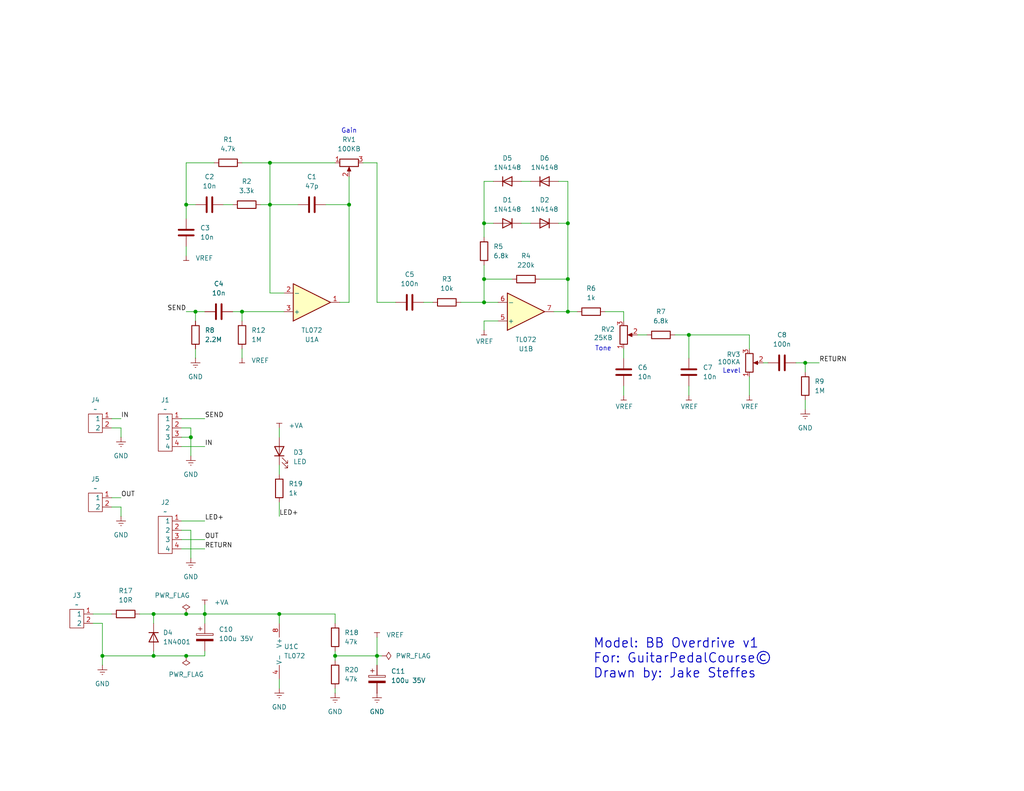
<source format=kicad_sch>
(kicad_sch (version 20250114) (generator "eeschema") (generator_version "9.0")
  (paper "A")
  (lib_symbols
    (symbol "+VA_1" (power) (pin_numbers (hide yes)) (pin_names (offset 0) (hide yes))
      (property "Value" "+VA" (at -0.254 2.54 0))
      (symbol "+VA_1_0_1"
        (polyline (pts (xy 0 0) (xy 0 1.27)))
        (polyline (pts (xy 0.762 1.27) (xy -0.762 1.27) (xy 0 1.27) (xy 0.762 1.27)) (fill (type outline)))
      )
      (symbol "+VA_1_1_1"
        (pin power_in line (at 0 0 90) (length 0) (hide yes) (name "~") (number "1"))
      )
    )
    (symbol "+VA_2" (power) (pin_numbers (hide yes)) (pin_names (offset 0) (hide yes))
      (property "Value" "+VA" (at -0.254 2.54 0))
      (symbol "+VA_2_0_1"
        (polyline (pts (xy 0 0) (xy 0 1.27)))
        (polyline (pts (xy 0.762 1.27) (xy -0.762 1.27) (xy 0 1.27) (xy 0.762 1.27)) (fill (type outline)))
      )
      (symbol "+VA_2_1_1"
        (pin power_in line (at 0 0 90) (length 0) (hide yes) (name "~") (number "1"))
      )
    )
    (symbol "Device:C" (pin_numbers (hide yes)) (pin_names (offset 0.254))
      (property "Reference" "C" (at 0.635 2.54 0))
      (property "Value" "C" (at 0.635 -2.54 0))
      (symbol "C_0_1"
        (polyline (pts (xy -2.032 0.762) (xy 2.032 0.762)) (stroke (width 0.508)))
        (polyline (pts (xy -2.032 -0.762) (xy 2.032 -0.762)) (stroke (width 0.508)))
      )
      (symbol "C_1_1"
        (pin passive line (at 0 3.81 270) (length 2.794) (name "~") (number "1"))
        (pin passive line (at 0 -3.81 90) (length 2.794) (name "~") (number "2"))
      )
    )
    (symbol "Device:C_Polarized" (pin_numbers (hide yes)) (pin_names (offset 0.254))
      (property "Reference" "C" (at 0.635 2.54 0))
      (property "Value" "C_Polarized" (at 0.635 -2.54 0))
      (symbol "C_Polarized_0_1"
        (rectangle (start -2.286 0.508) (end 2.286 1.016))
        (polyline (pts (xy -1.778 2.286) (xy -0.762 2.286)))
        (polyline (pts (xy -1.27 2.794) (xy -1.27 1.778)))
        (rectangle (start 2.286 -0.508) (end -2.286 -1.016) (fill (type outline)))
      )
      (symbol "C_Polarized_1_1"
        (pin passive line (at 0 3.81 270) (length 2.794) (name "~") (number "1"))
        (pin passive line (at 0 -3.81 90) (length 2.794) (name "~") (number "2"))
      )
    )
    (symbol "Device:D" (pin_numbers (hide yes)) (pin_names (offset 1.016) (hide yes))
      (property "Reference" "D" (at 0 2.54 0))
      (property "Value" "D" (at 0 -2.54 0))
      (symbol "D_0_1"
        (polyline (pts (xy -1.27 1.27) (xy -1.27 -1.27)) (stroke (width 0.254)))
        (polyline (pts (xy 1.27 1.27) (xy 1.27 -1.27) (xy -1.27 0) (xy 1.27 1.27)) (stroke (width 0.254)))
        (polyline (pts (xy 1.27 0) (xy -1.27 0)))
      )
      (symbol "D_1_1"
        (pin passive line (at -3.81 0 0) (length 2.54) (name "K") (number "1"))
        (pin passive line (at 3.81 0 180) (length 2.54) (name "A") (number "2"))
      )
    )
    (symbol "Device:LED" (pin_numbers (hide yes)) (pin_names (offset 1.016) (hide yes))
      (property "Reference" "D" (at 0 2.54 0))
      (property "Value" "LED" (at 0 -2.54 0))
      (symbol "LED_0_1"
        (polyline (pts (xy -3.048 -0.762) (xy -4.572 -2.286) (xy -3.81 -2.286) (xy -4.572 -2.286) (xy -4.572 -1.524)))
        (polyline (pts (xy -1.778 -0.762) (xy -3.302 -2.286) (xy -2.54 -2.286) (xy -3.302 -2.286) (xy -3.302 -1.524)))
        (polyline (pts (xy -1.27 0) (xy 1.27 0)))
        (polyline (pts (xy -1.27 -1.27) (xy -1.27 1.27)) (stroke (width 0.254)))
        (polyline (pts (xy 1.27 -1.27) (xy 1.27 1.27) (xy -1.27 0) (xy 1.27 -1.27)) (stroke (width 0.254)))
      )
      (symbol "LED_1_1"
        (pin passive line (at -3.81 0 0) (length 2.54) (name "K") (number "1"))
        (pin passive line (at 3.81 0 180) (length 2.54) (name "A") (number "2"))
      )
    )
    (symbol "Device:R" (pin_numbers (hide yes)) (pin_names (offset 0))
      (property "Reference" "R" (at 2.032 0 90))
      (property "Value" "R" (at 0 0 90))
      (symbol "R_0_1"
        (rectangle (start -1.016 -2.54) (end 1.016 2.54) (stroke (width 0.254)))
      )
      (symbol "R_1_1"
        (pin passive line (at 0 3.81 270) (length 1.27) (name "~") (number "1"))
        (pin passive line (at 0 -3.81 90) (length 1.27) (name "~") (number "2"))
      )
    )
    (symbol "Device:R_Potentiometer" (pin_names (offset 1.016) (hide yes))
      (property "Reference" "RV" (at -4.445 0 90))
      (property "Value" "R_Potentiometer" (at -2.54 0 90))
      (symbol "R_Potentiometer_0_1"
        (rectangle (start 1.016 2.54) (end -1.016 -2.54) (stroke (width 0.254)))
        (polyline (pts (xy 1.143 0) (xy 2.286 0.508) (xy 2.286 -0.508) (xy 1.143 0)) (fill (type outline)))
        (polyline (pts (xy 2.54 0) (xy 1.524 0)))
      )
      (symbol "R_Potentiometer_1_1"
        (pin passive line (at 0 3.81 270) (length 1.27) (name "1") (number "1"))
        (pin passive line (at 0 -3.81 90) (length 1.27) (name "3") (number "3"))
        (pin passive line (at 3.81 0 180) (length 1.27) (name "2") (number "2"))
      )
    )
    (symbol "Diode:1N4001" (pin_numbers (hide yes)) (pin_names (hide yes))
      (property "Reference" "D" (at 0 2.54 0))
      (property "Value" "1N4001" (at 0 -2.54 0))
      (symbol "1N4001_0_1"
        (polyline (pts (xy -1.27 1.27) (xy -1.27 -1.27)) (stroke (width 0.254)))
        (polyline (pts (xy 1.27 1.27) (xy 1.27 -1.27) (xy -1.27 0) (xy 1.27 1.27)) (stroke (width 0.254)))
        (polyline (pts (xy 1.27 0) (xy -1.27 0)))
      )
      (symbol "1N4001_1_1"
        (pin passive line (at -3.81 0 0) (length 2.54) (name "K") (number "1"))
        (pin passive line (at 3.81 0 180) (length 2.54) (name "A") (number "2"))
      )
    )
    (symbol "Wampler:CONNECTOR_2"
      (property "Reference" "J" (at 0 0 0))
      (symbol "CONNECTOR_2_0_1"
        (rectangle (start 0 0) (end 3.81 -5.08))
      )
      (symbol "CONNECTOR_2_1_1"
        (pin passive line (at 6.35 -1.27 180) (length 2.54) (name "1") (number "1"))
        (pin passive line (at 6.35 -3.81 180) (length 2.54) (name "2") (number "2"))
      )
    )
    (symbol "Wampler:CONNECTOR_4"
      (property "Reference" "J" (at 0 0 0))
      (symbol "CONNECTOR_4_0_1"
        (rectangle (start 0 0) (end 3.81 -10.16))
      )
      (symbol "CONNECTOR_4_1_1"
        (pin passive line (at 6.35 -1.27 180) (length 2.54) (name "1") (number "1"))
        (pin passive line (at 6.35 -3.81 180) (length 2.54) (name "2") (number "2"))
        (pin passive line (at 6.35 -6.35 180) (length 2.54) (name "3") (number "3"))
        (pin passive line (at 6.35 -8.89 180) (length 2.54) (name "4") (number "4"))
      )
    )
    (symbol "Wampler:GND" (power) (pin_numbers (hide yes)) (pin_names (offset 0) (hide yes))
      (property "Value" "GND" (at 0 -3.81 0))
      (symbol "GND_0_1"
        (polyline (pts (xy -0.635 -1.905) (xy 0.635 -1.905)))
        (polyline (pts (xy -0.127 -2.54) (xy 0.127 -2.54)))
        (polyline (pts (xy 0 -1.27) (xy 0 0)))
        (polyline (pts (xy 1.27 -1.27) (xy -1.27 -1.27)))
      )
      (symbol "GND_1_1"
        (pin power_in line (at 0 0 270) (length 0) (name "~") (number "1"))
      )
    )
    (symbol "Wampler:TL072" (pin_names (offset 0.127))
      (property "Reference" "U" (at 0 5.08 0))
      (property "Value" "TL072" (at 0 -5.08 0))
      (symbol "TL072_1_1"
        (polyline (pts (xy -5.08 5.08) (xy 5.08 0) (xy -5.08 -5.08) (xy -5.08 5.08)) (stroke (width 0.254)) (fill (type background)))
        (pin input line (at -7.62 2.54 0) (length 2.54) (name "+") (number "3"))
        (pin input line (at -7.62 -2.54 0) (length 2.54) (name "-") (number "2"))
        (pin output line (at 7.62 0 180) (length 2.54) (name "~") (number "1"))
      )
      (symbol "TL072_2_1"
        (polyline (pts (xy -5.08 5.08) (xy 5.08 0) (xy -5.08 -5.08) (xy -5.08 5.08)) (stroke (width 0.254)) (fill (type background)))
        (pin input line (at -7.62 2.54 0) (length 2.54) (name "+") (number "5"))
        (pin input line (at -7.62 -2.54 0) (length 2.54) (name "-") (number "6"))
        (pin output line (at 7.62 0 180) (length 2.54) (name "~") (number "7"))
      )
      (symbol "TL072_3_1"
        (pin power_in line (at -2.54 7.62 270) (length 3.81) (name "V+") (number "8"))
        (pin power_in line (at -2.54 -7.62 90) (length 3.81) (name "V-") (number "4"))
      )
    )
    (symbol "Wampler:VREF" (power) (pin_numbers (hide yes)) (pin_names (offset 0) (hide yes)) (in_bom no)
      (property "Value" "VREF" (at 4.064 0 0))
      (symbol "VREF_0_1"
        (polyline (pts (xy 0 0) (xy 0 1.27)))
        (polyline (pts (xy 0.762 1.27) (xy -0.762 1.27) (xy 0 1.27) (xy 0.762 1.27)) (fill (type outline)))
      )
      (symbol "VREF_1_1"
        (pin power_in line (at 0 0 90) (length 0) (hide yes) (name "~") (number "1"))
      )
    )
    (symbol "power:PWR_FLAG" (power) (pin_numbers (hide yes)) (pin_names (offset 0) (hide yes))
      (property "Value" "PWR_FLAG" (at 0 3.81 0))
      (symbol "PWR_FLAG_0_0"
        (pin power_out line (at 0 0 90) (length 0) (name "~") (number "1"))
      )
      (symbol "PWR_FLAG_0_1"
        (polyline (pts (xy 0 0) (xy 0 1.27) (xy -1.016 1.905) (xy 0 2.54) (xy 1.016 1.905) (xy 0 1.27)))
      )
    )
  )
  (text "Model: BB Overdrive v1\nFor: GuitarPedalCourse©\nDrawn by: Jake Steffes" (at 161.798 174.244 0) (effects (font (size 2.54 2.54) (thickness 0.254) (bold yes)) (justify left top)))
  (text "Level" (at 199.644 101.346 0) (effects (font (size 1.27 1.27))))
  (text "Tone" (at 164.592 95.25 0) (effects (font (size 1.27 1.27))))
  (text "Gain" (at 95.25 35.814 0) (effects (font (size 1.27 1.27))))
  (junction (at 55.88 167.64))
  (junction (at 27.94 179.07))
  (junction (at 102.87 179.07))
  (junction (at 41.91 179.07))
  (junction (at 132.08 82.55))
  (junction (at 91.44 179.07))
  (junction (at 50.8 167.64))
  (junction (at 95.25 55.88))
  (junction (at 66.04 85.09))
  (junction (at 73.66 44.45))
  (junction (at 154.94 76.2))
  (junction (at 132.08 76.2))
  (junction (at 52.07 119.38))
  (junction (at 154.94 85.09))
  (junction (at 187.96 91.44))
  (junction (at 76.2 167.64))
  (junction (at 154.94 60.96))
  (junction (at 50.8 179.07))
  (junction (at 73.66 55.88))
  (junction (at 53.34 85.09))
  (junction (at 219.71 99.06))
  (junction (at 50.8 55.88))
  (junction (at 41.91 167.64))
  (junction (at 132.08 60.96))
  (wire (pts (xy 50.8 67.31) (xy 50.8 69.85)))
  (wire (pts (xy 134.62 49.53) (xy 132.08 49.53)))
  (wire (pts (xy 33.02 116.84) (xy 33.02 119.38)))
  (wire (pts (xy 49.53 119.38) (xy 52.07 119.38)))
  (wire (pts (xy 25.4 170.18) (xy 27.94 170.18)))
  (wire (pts (xy 154.94 85.09) (xy 157.48 85.09)))
  (wire (pts (xy 88.9 55.88) (xy 95.25 55.88)))
  (wire (pts (xy 102.87 179.07) (xy 104.14 179.07)))
  (wire (pts (xy 41.91 167.64) (xy 41.91 170.18)))
  (wire (pts (xy 219.71 109.22) (xy 219.71 111.76)))
  (wire (pts (xy 60.96 55.88) (xy 63.5 55.88)))
  (wire (pts (xy 102.87 82.55) (xy 107.95 82.55)))
  (wire (pts (xy 66.04 85.09) (xy 66.04 87.63)))
  (wire (pts (xy 217.17 99.06) (xy 219.71 99.06)))
  (wire (pts (xy 102.87 44.45) (xy 102.87 82.55)))
  (wire (pts (xy 55.88 167.64) (xy 76.2 167.64)))
  (wire (pts (xy 132.08 76.2) (xy 132.08 82.55)))
  (wire (pts (xy 55.88 165.1) (xy 55.88 167.64)))
  (wire (pts (xy 132.08 87.63) (xy 132.08 90.17)))
  (wire (pts (xy 187.96 91.44) (xy 204.47 91.44)))
  (wire (pts (xy 49.53 144.78) (xy 52.07 144.78)))
  (wire (pts (xy 73.66 80.01) (xy 77.47 80.01)))
  (wire (pts (xy 187.96 91.44) (xy 184.15 91.44)))
  (wire (pts (xy 154.94 76.2) (xy 154.94 85.09)))
  (wire (pts (xy 27.94 179.07) (xy 27.94 181.61)))
  (wire (pts (xy 49.53 142.24) (xy 55.88 142.24)))
  (wire (pts (xy 50.8 85.09) (xy 53.34 85.09)))
  (wire (pts (xy 50.8 59.69) (xy 50.8 55.88)))
  (wire (pts (xy 152.4 49.53) (xy 154.94 49.53)))
  (wire (pts (xy 30.48 116.84) (xy 33.02 116.84)))
  (wire (pts (xy 135.89 87.63) (xy 132.08 87.63)))
  (wire (pts (xy 49.53 147.32) (xy 55.88 147.32)))
  (wire (pts (xy 41.91 177.8) (xy 41.91 179.07)))
  (wire (pts (xy 154.94 49.53) (xy 154.94 60.96)))
  (wire (pts (xy 49.53 116.84) (xy 52.07 116.84)))
  (wire (pts (xy 52.07 116.84) (xy 52.07 119.38)))
  (wire (pts (xy 102.87 181.61) (xy 102.87 179.07)))
  (wire (pts (xy 208.28 99.06) (xy 209.55 99.06)))
  (wire (pts (xy 73.66 44.45) (xy 91.44 44.45)))
  (wire (pts (xy 132.08 60.96) (xy 134.62 60.96)))
  (wire (pts (xy 41.91 179.07) (xy 50.8 179.07)))
  (wire (pts (xy 91.44 170.18) (xy 91.44 167.64)))
  (wire (pts (xy 53.34 85.09) (xy 55.88 85.09)))
  (wire (pts (xy 50.8 55.88) (xy 53.34 55.88)))
  (wire (pts (xy 204.47 91.44) (xy 204.47 95.25)))
  (wire (pts (xy 132.08 60.96) (xy 132.08 64.77)))
  (wire (pts (xy 49.53 114.3) (xy 55.88 114.3)))
  (wire (pts (xy 152.4 60.96) (xy 154.94 60.96)))
  (wire (pts (xy 30.48 114.3) (xy 33.02 114.3)))
  (wire (pts (xy 66.04 85.09) (xy 77.47 85.09)))
  (wire (pts (xy 73.66 44.45) (xy 73.66 55.88)))
  (wire (pts (xy 173.99 91.44) (xy 176.53 91.44)))
  (wire (pts (xy 50.8 44.45) (xy 58.42 44.45)))
  (wire (pts (xy 49.53 121.92) (xy 55.88 121.92)))
  (wire (pts (xy 76.2 185.42) (xy 76.2 187.96)))
  (wire (pts (xy 76.2 137.16) (xy 76.2 140.97)))
  (wire (pts (xy 170.18 95.25) (xy 170.18 97.79)))
  (wire (pts (xy 66.04 44.45) (xy 73.66 44.45)))
  (wire (pts (xy 132.08 82.55) (xy 135.89 82.55)))
  (wire (pts (xy 139.7 76.2) (xy 132.08 76.2)))
  (wire (pts (xy 53.34 95.25) (xy 53.34 97.79)))
  (wire (pts (xy 154.94 60.96) (xy 154.94 76.2)))
  (wire (pts (xy 147.32 76.2) (xy 154.94 76.2)))
  (wire (pts (xy 95.25 55.88) (xy 95.25 82.55)))
  (wire (pts (xy 81.28 55.88) (xy 73.66 55.88)))
  (wire (pts (xy 76.2 116.84) (xy 76.2 119.38)))
  (wire (pts (xy 33.02 138.43) (xy 33.02 140.97)))
  (wire (pts (xy 25.4 167.64) (xy 30.48 167.64)))
  (wire (pts (xy 63.5 85.09) (xy 66.04 85.09)))
  (wire (pts (xy 165.1 85.09) (xy 170.18 85.09)))
  (wire (pts (xy 204.47 102.87) (xy 204.47 107.95)))
  (wire (pts (xy 115.57 82.55) (xy 118.11 82.55)))
  (wire (pts (xy 91.44 187.96) (xy 91.44 189.23)))
  (wire (pts (xy 30.48 138.43) (xy 33.02 138.43)))
  (wire (pts (xy 142.24 49.53) (xy 144.78 49.53)))
  (wire (pts (xy 125.73 82.55) (xy 132.08 82.55)))
  (wire (pts (xy 50.8 55.88) (xy 50.8 44.45)))
  (wire (pts (xy 91.44 179.07) (xy 91.44 180.34)))
  (wire (pts (xy 91.44 177.8) (xy 91.44 179.07)))
  (wire (pts (xy 55.88 179.07) (xy 55.88 177.8)))
  (wire (pts (xy 30.48 135.89) (xy 33.02 135.89)))
  (wire (pts (xy 52.07 119.38) (xy 52.07 124.46)))
  (wire (pts (xy 132.08 49.53) (xy 132.08 60.96)))
  (wire (pts (xy 219.71 99.06) (xy 219.71 101.6)))
  (wire (pts (xy 95.25 48.26) (xy 95.25 55.88)))
  (wire (pts (xy 95.25 82.55) (xy 92.71 82.55)))
  (wire (pts (xy 170.18 105.41) (xy 170.18 107.95)))
  (wire (pts (xy 102.87 173.99) (xy 102.87 179.07)))
  (wire (pts (xy 41.91 167.64) (xy 50.8 167.64)))
  (wire (pts (xy 76.2 167.64) (xy 76.2 170.18)))
  (wire (pts (xy 52.07 152.4) (xy 52.07 144.78)))
  (wire (pts (xy 73.66 55.88) (xy 73.66 80.01)))
  (wire (pts (xy 76.2 167.64) (xy 91.44 167.64)))
  (wire (pts (xy 66.04 95.25) (xy 66.04 97.79)))
  (wire (pts (xy 142.24 60.96) (xy 144.78 60.96)))
  (wire (pts (xy 219.71 99.06) (xy 223.52 99.06)))
  (wire (pts (xy 27.94 179.07) (xy 41.91 179.07)))
  (wire (pts (xy 53.34 85.09) (xy 53.34 87.63)))
  (wire (pts (xy 38.1 167.64) (xy 41.91 167.64)))
  (wire (pts (xy 170.18 85.09) (xy 170.18 87.63)))
  (wire (pts (xy 99.06 44.45) (xy 102.87 44.45)))
  (wire (pts (xy 187.96 97.79) (xy 187.96 91.44)))
  (wire (pts (xy 102.87 179.07) (xy 91.44 179.07)))
  (wire (pts (xy 132.08 72.39) (xy 132.08 76.2)))
  (wire (pts (xy 50.8 179.07) (xy 55.88 179.07)))
  (wire (pts (xy 55.88 167.64) (xy 55.88 170.18)))
  (wire (pts (xy 27.94 170.18) (xy 27.94 179.07)))
  (wire (pts (xy 76.2 127) (xy 76.2 129.54)))
  (wire (pts (xy 50.8 167.64) (xy 55.88 167.64)))
  (wire (pts (xy 151.13 85.09) (xy 154.94 85.09)))
  (wire (pts (xy 73.66 55.88) (xy 71.12 55.88)))
  (wire (pts (xy 187.96 105.41) (xy 187.96 107.95)))
  (wire (pts (xy 49.53 149.86) (xy 55.88 149.86)))
  (label "IN" (at 33.02 114.3 0))
  (label "IN" (at 55.88 121.92 0))
  (label "OUT" (at 55.88 147.32 0))
  (label "SEND" (at 50.8 85.09 180))
  (label "OUT" (at 33.02 135.89 0))
  (label "RETURN" (at 55.88 149.86 0))
  (label "LED+" (at 76.2 140.97 0))
  (label "SEND" (at 55.88 114.3 0))
  (label "RETURN" (at 223.52 99.06 0))
  (label "LED+" (at 55.88 142.24 0))
  (symbol (lib_id "Wampler:GND") (at 52.07 152.4 0) (unit 1)
    (property "Reference" "#PWR03" (effects (hide yes)))
    (property "Value" "GND" (at 52.07 157.48 0))
    (property "Description" "Power symbol creates a global label with name \"GND\"" (effects (hide yes)))
  )
  (symbol (lib_id "Device:C") (at 57.15 55.88 90) (unit 1)
    (property "Reference" "C2" (at 57.15 48.26 90))
    (property "Value" "10n" (at 57.15 50.8 90))
    (property "Footprint" "Wampler:CAP_FILM_10NF" (effects (hide yes)))
    (property "Description" "Unpolarized capacitor" (effects (hide yes)))
  )
  (symbol (lib_id "Device:R_Potentiometer") (at 204.47 99.06 0) (mirror x) (unit 1)
    (property "Reference" "RV3" (at 200.152 96.774 0))
    (property "Value" "100KA" (at 198.882 98.806 0))
    (property "Footprint" "Wampler:POT_16MM_RA" (effects (hide yes)))
    (property "Description" "Potentiometer" (effects (hide yes)))
  )
  (symbol (lib_name "+VA_2") (lib_id "Wampler:+VA") (at 55.88 165.1 0) (unit 1)
    (property "Reference" "#+VA0101" (effects (hide yes)))
    (property "Value" "+VA" (at 58.42 164.4649 0) (effects (justify left)))
  )
  (symbol (lib_id "Wampler:VREF") (at 66.04 97.79 180) (unit 1) (in_bom no)
    (property "Reference" "#VREF03" (effects (hide yes)))
    (property "Value" "VREF" (at 68.58 98.4249 0) (effects (justify right)))
  )
  (symbol (lib_id "Device:R") (at 67.31 55.88 90) (unit 1)
    (property "Reference" "R2" (at 67.31 49.53 90))
    (property "Value" "3.3k" (at 67.31 52.07 90))
    (property "Footprint" "Wampler:RESISTOR_1_4W" (effects (hide yes)))
    (property "Description" "Resistor" (effects (hide yes)))
  )
  (symbol (lib_id "Wampler:TL072") (at 85.09 82.55 0) (mirror x) (unit 1)
    (property "Reference" "U1" (at 85.09 92.71 0))
    (property "Value" "TL072" (at 85.09 90.17 0))
    (property "Footprint" "Wampler:OP_AMP" (effects (hide yes)))
    (property "Description" "Dual Op Amp, DIP-8/SOIC-8" (effects (hide yes)))
  )
  (symbol (lib_id "Wampler:GND") (at 27.94 181.61 0) (unit 1)
    (property "Reference" "#PWR036" (effects (hide yes)))
    (property "Value" "GND" (at 27.94 186.69 0))
    (property "Description" "Power symbol creates a global label with name \"GND\"" (effects (hide yes)))
  )
  (symbol (lib_id "Device:C") (at 111.76 82.55 90) (unit 1)
    (property "Reference" "C5" (at 111.76 74.93 90))
    (property "Value" "100n" (at 111.76 77.47 90))
    (property "Footprint" "Wampler:CAP_FILM_100NF" (effects (hide yes)))
    (property "Description" "Unpolarized capacitor" (effects (hide yes)))
  )
  (symbol (lib_id "Device:R") (at 53.34 91.44 0) (unit 1)
    (property "Reference" "R8" (at 55.88 90.1699 0) (effects (justify left)))
    (property "Value" "2.2M" (at 55.88 92.7099 0) (effects (justify left)))
    (property "Footprint" "Wampler:RESISTOR_1_4W" (effects (hide yes)))
    (property "Description" "Resistor" (effects (hide yes)))
  )
  (symbol (lib_id "Device:R") (at 161.29 85.09 90) (unit 1)
    (property "Reference" "R6" (at 161.29 78.74 90))
    (property "Value" "1k" (at 161.29 81.28 90))
    (property "Footprint" "Wampler:RESISTOR_1_4W" (effects (hide yes)))
    (property "Description" "Resistor" (effects (hide yes)))
  )
  (symbol (lib_id "Device:D") (at 138.43 49.53 0) (unit 1)
    (property "Reference" "D5" (at 138.43 43.18 0))
    (property "Value" "1N4148" (at 138.43 45.72 0))
    (property "Footprint" "Wampler:DIODE_1N4148" (effects (hide yes)))
    (property "Description" "Diode" (effects (hide yes)))
    (property "Sim.Device" "D" (effects (hide yes)))
    (property "Sim.Pins" "1=K 2=A" (effects (hide yes)))
  )
  (symbol (lib_id "Device:C") (at 187.96 101.6 180) (unit 1)
    (property "Reference" "C7" (at 191.77 100.3299 0) (effects (justify right)))
    (property "Value" "10n" (at 191.77 102.8699 0) (effects (justify right)))
    (property "Footprint" "Wampler:CAP_FILM_10NF" (effects (hide yes)))
    (property "Description" "Unpolarized capacitor" (effects (hide yes)))
  )
  (symbol (lib_id "Wampler:CONNECTOR_2") (at 19.05 166.37 0) (unit 1)
    (property "Reference" "J3" (at 20.955 162.56 0))
    (property "Value" "~" (at 20.955 165.1 0))
    (property "Footprint" "Wampler:CONNECTOR_2" (effects (hide yes)))
  )
  (symbol (lib_id "Wampler:CONNECTOR_4") (at 43.18 140.97 0) (unit 1)
    (property "Reference" "J2" (at 45.085 137.16 0))
    (property "Value" "~" (at 45.085 139.7 0))
    (property "Footprint" "Wampler:CONNECTOR_4" (effects (hide yes)))
  )
  (symbol (lib_id "Wampler:GND") (at 52.07 124.46 0) (unit 1)
    (property "Reference" "#PWR0101" (effects (hide yes)))
    (property "Value" "GND" (at 52.07 129.54 0))
    (property "Description" "Power symbol creates a global label with name \"GND\"" (effects (hide yes)))
  )
  (symbol (lib_id "Device:R") (at 66.04 91.44 0) (unit 1)
    (property "Reference" "R12" (at 68.58 90.1699 0) (effects (justify left)))
    (property "Value" "1M" (at 68.58 92.7099 0) (effects (justify left)))
    (property "Footprint" "Wampler:RESISTOR_1_4W" (effects (hide yes)))
    (property "Description" "Resistor" (effects (hide yes)))
  )
  (symbol (lib_id "Wampler:TL072") (at 143.51 85.09 0) (mirror x) (unit 2)
    (property "Reference" "U1" (at 143.51 95.25 0))
    (property "Value" "TL072" (at 143.51 92.71 0))
    (property "Footprint" "Wampler:OP_AMP" (effects (hide yes)))
    (property "Description" "Dual Op Amp, DIP-8/SOIC-8" (effects (hide yes)))
  )
  (symbol (lib_id "Wampler:GND") (at 76.2 187.96 0) (unit 1)
    (property "Reference" "#PWR01" (effects (hide yes)))
    (property "Value" "GND" (at 76.2 193.04 0))
    (property "Description" "Power symbol creates a global label with name \"GND\"" (effects (hide yes)))
  )
  (symbol (lib_id "Diode:1N4001") (at 41.91 173.99 270) (unit 1)
    (property "Reference" "D4" (at 44.45 172.7199 90) (effects (justify left)))
    (property "Value" "1N4001" (at 44.45 175.2599 90) (effects (justify left)))
    (property "Footprint" "Wampler:DIODE_1N4001" (effects (hide yes)))
    (property "Datasheet" "http://www.vishay.com/docs/88503/1n4001.pdf" (effects (hide yes)))
    (property "Description" "50V 1A General Purpose Rectifier Diode, DO-41" (effects (hide yes)))
    (property "Sim.Device" "D" (effects (hide yes)))
    (property "Sim.Pins" "1=K 2=A" (effects (hide yes)))
  )
  (symbol (lib_id "Device:R") (at 34.29 167.64 90) (unit 1)
    (property "Reference" "R17" (at 34.29 161.29 90))
    (property "Value" "10R" (at 34.29 163.83 90))
    (property "Footprint" "Wampler:RESISTOR_1_4W" (effects (hide yes)))
    (property "Description" "Resistor" (effects (hide yes)))
  )
  (symbol (lib_id "Device:R") (at 76.2 133.35 0) (unit 1)
    (property "Reference" "R19" (at 78.74 132.0799 0) (effects (justify left)))
    (property "Value" "1k" (at 78.74 134.6199 0) (effects (justify left)))
    (property "Footprint" "Wampler:RESISTOR_1_4W" (effects (hide yes)))
    (property "Description" "Resistor" (effects (hide yes)))
  )
  (symbol (lib_id "Device:R") (at 91.44 184.15 180) (unit 1)
    (property "Reference" "R20" (at 93.98 182.8799 0) (effects (justify right)))
    (property "Value" "47k" (at 93.98 185.4199 0) (effects (justify right)))
    (property "Footprint" "Wampler:RESISTOR_1_4W" (effects (hide yes)))
    (property "Description" "Resistor" (effects (hide yes)))
  )
  (symbol (lib_id "Wampler:GND") (at 33.02 119.38 0) (unit 1)
    (property "Reference" "#PWR035" (effects (hide yes)))
    (property "Value" "GND" (at 33.02 124.46 0))
    (property "Description" "Power symbol creates a global label with name \"GND\"" (effects (hide yes)))
  )
  (symbol (lib_id "Wampler:GND") (at 91.44 189.23 0) (unit 1)
    (property "Reference" "#PWR038" (effects (hide yes)))
    (property "Value" "GND" (at 91.44 194.31 0))
    (property "Description" "Power symbol creates a global label with name \"GND\"" (effects (hide yes)))
  )
  (symbol (lib_id "Wampler:VREF") (at 204.47 107.95 180) (unit 1) (in_bom no)
    (property "Reference" "#VREF07" (effects (hide yes)))
    (property "Value" "VREF" (at 202.184 110.998 0) (effects (justify right)))
  )
  (symbol (lib_id "Wampler:VREF") (at 132.08 90.17 180) (unit 1) (in_bom no)
    (property "Reference" "#VREF02" (effects (hide yes)))
    (property "Value" "VREF" (at 129.794 93.218 0) (effects (justify right)))
  )
  (symbol (lib_id "power:PWR_FLAG") (at 50.8 179.07 0) (mirror x) (unit 1)
    (property "Reference" "#FLG02" (effects (hide yes)))
    (property "Value" "PWR_FLAG" (at 50.8 184.15 0))
    (property "Description" "Special symbol for telling ERC where power comes from" (effects (hide yes)))
  )
  (symbol (lib_id "Device:R") (at 62.23 44.45 90) (unit 1)
    (property "Reference" "R1" (at 62.23 38.1 90))
    (property "Value" "4.7k" (at 62.23 40.64 90))
    (property "Footprint" "Wampler:RESISTOR_1_4W" (effects (hide yes)))
    (property "Description" "Resistor" (effects (hide yes)))
  )
  (symbol (lib_id "Device:C") (at 59.69 85.09 90) (unit 1)
    (property "Reference" "C4" (at 59.69 77.47 90))
    (property "Value" "10n" (at 59.69 80.01 90))
    (property "Footprint" "Wampler:CAP_FILM_10NF" (effects (hide yes)))
    (property "Description" "Unpolarized capacitor" (effects (hide yes)))
  )
  (symbol (lib_id "Device:C") (at 50.8 63.5 180) (unit 1)
    (property "Reference" "C3" (at 54.61 62.2299 0) (effects (justify right)))
    (property "Value" "10n" (at 54.61 64.7699 0) (effects (justify right)))
    (property "Footprint" "Wampler:CAP_FILM_10NF" (effects (hide yes)))
    (property "Description" "Unpolarized capacitor" (effects (hide yes)))
  )
  (symbol (lib_id "Wampler:VREF") (at 187.96 107.95 180) (unit 1) (in_bom no)
    (property "Reference" "#VREF06" (effects (hide yes)))
    (property "Value" "VREF" (at 185.674 110.998 0) (effects (justify right)))
  )
  (symbol (lib_id "Device:R_Potentiometer") (at 95.25 44.45 90) (mirror x) (unit 1)
    (property "Reference" "RV1" (at 95.25 38.1 90))
    (property "Value" "100KB" (at 95.25 40.64 90))
    (property "Footprint" "Wampler:POT_16MM_RA" (effects (hide yes)))
    (property "Description" "Potentiometer" (effects (hide yes)))
  )
  (symbol (lib_id "Wampler:GND") (at 53.34 97.79 0) (unit 1)
    (property "Reference" "#PWR026" (effects (hide yes)))
    (property "Value" "GND" (at 53.34 102.87 0))
    (property "Description" "Power symbol creates a global label with name \"GND\"" (effects (hide yes)))
  )
  (symbol (lib_id "Device:C") (at 170.18 101.6 180) (unit 1)
    (property "Reference" "C6" (at 173.99 100.3299 0) (effects (justify right)))
    (property "Value" "10n" (at 173.99 102.8699 0) (effects (justify right)))
    (property "Footprint" "Wampler:CAP_FILM_10NF" (effects (hide yes)))
    (property "Description" "Unpolarized capacitor" (effects (hide yes)))
  )
  (symbol (lib_id "Wampler:GND") (at 102.87 189.23 0) (unit 1)
    (property "Reference" "#PWR039" (effects (hide yes)))
    (property "Value" "GND" (at 102.87 194.31 0))
    (property "Description" "Power symbol creates a global label with name \"GND\"" (effects (hide yes)))
  )
  (symbol (lib_id "Wampler:CONNECTOR_2") (at 24.13 134.62 0) (unit 1)
    (property "Reference" "J5" (at 26.035 130.81 0))
    (property "Value" "~" (at 26.035 133.35 0))
    (property "Footprint" "Wampler:CONNECTOR_2" (effects (hide yes)))
  )
  (symbol (lib_name "+VA_1") (lib_id "Wampler:+VA") (at 76.2 116.84 0) (unit 1)
    (property "Reference" "#+VA01" (effects (hide yes)))
    (property "Value" "+VA" (at 78.74 116.2049 0) (effects (justify left)))
  )
  (symbol (lib_id "Device:C_Polarized") (at 55.88 173.99 0) (unit 1)
    (property "Reference" "C10" (at 59.69 171.8309 0) (effects (justify left)))
    (property "Value" "100u 35V" (at 59.69 174.3709 0) (effects (justify left)))
    (property "Footprint" "Wampler:CAP_ELEC_100UF" (effects (hide yes)))
    (property "Description" "Polarized capacitor" (effects (hide yes)))
  )
  (symbol (lib_id "power:PWR_FLAG") (at 104.14 179.07 270) (unit 1)
    (property "Reference" "#FLG03" (effects (hide yes)))
    (property "Value" "PWR_FLAG" (at 107.95 179.0699 90) (effects (justify left)))
    (property "Description" "Special symbol for telling ERC where power comes from" (effects (hide yes)))
  )
  (symbol (lib_id "Wampler:VREF") (at 50.8 69.85 180) (unit 1) (in_bom no)
    (property "Reference" "#VREF01" (effects (hide yes)))
    (property "Value" "VREF" (at 53.34 70.4849 0) (effects (justify right)))
  )
  (symbol (lib_id "Device:R") (at 180.34 91.44 90) (unit 1)
    (property "Reference" "R7" (at 180.34 85.09 90))
    (property "Value" "6.8k" (at 180.34 87.63 90))
    (property "Footprint" "Wampler:RESISTOR_1_4W" (effects (hide yes)))
    (property "Description" "Resistor" (effects (hide yes)))
  )
  (symbol (lib_id "Wampler:TL072") (at 78.74 177.8 0) (unit 3)
    (property "Reference" "U1" (at 77.47 176.5299 0) (effects (justify left)))
    (property "Value" "TL072" (at 77.47 179.0699 0) (effects (justify left)))
    (property "Footprint" "Wampler:OP_AMP" (effects (hide yes)))
    (property "Description" "Dual Op Amp, DIP-8/SOIC-8" (effects (hide yes)))
  )
  (symbol (lib_id "Device:D") (at 148.59 60.96 180) (unit 1)
    (property "Reference" "D2" (at 148.59 54.61 0))
    (property "Value" "1N4148" (at 148.59 57.15 0))
    (property "Footprint" "Wampler:DIODE_1N4148" (effects (hide yes)))
    (property "Description" "Diode" (effects (hide yes)))
    (property "Sim.Device" "D" (effects (hide yes)))
    (property "Sim.Pins" "1=K 2=A" (effects (hide yes)))
  )
  (symbol (lib_id "Device:R") (at 143.51 76.2 90) (unit 1)
    (property "Reference" "R4" (at 143.51 69.85 90))
    (property "Value" "220k" (at 143.51 72.39 90))
    (property "Footprint" "Wampler:RESISTOR_1_4W" (effects (hide yes)))
    (property "Description" "Resistor" (effects (hide yes)))
  )
  (symbol (lib_id "Device:C") (at 85.09 55.88 90) (unit 1)
    (property "Reference" "C1" (at 85.09 48.26 90))
    (property "Value" "47p" (at 85.09 50.8 90))
    (property "Footprint" "Wampler:CAP_MLCC_47PF" (effects (hide yes)))
    (property "Description" "Unpolarized capacitor" (effects (hide yes)))
  )
  (symbol (lib_id "Device:R") (at 121.92 82.55 90) (unit 1)
    (property "Reference" "R3" (at 121.92 76.2 90))
    (property "Value" "10k" (at 121.92 78.74 90))
    (property "Footprint" "Wampler:RESISTOR_1_4W" (effects (hide yes)))
    (property "Description" "Resistor" (effects (hide yes)))
  )
  (symbol (lib_id "Device:R") (at 132.08 68.58 180) (unit 1)
    (property "Reference" "R5" (at 134.62 67.3099 0) (effects (justify right)))
    (property "Value" "6.8k" (at 134.62 69.8499 0) (effects (justify right)))
    (property "Footprint" "Wampler:RESISTOR_1_4W" (effects (hide yes)))
    (property "Description" "Resistor" (effects (hide yes)))
  )
  (symbol (lib_id "Device:LED") (at 76.2 123.19 90) (unit 1)
    (property "Reference" "D3" (at 80.01 123.5074 90) (effects (justify right)))
    (property "Value" "LED" (at 80.01 126.0474 90) (effects (justify right)))
    (property "Footprint" "Wampler:LED_5MM" (effects (hide yes)))
    (property "Description" "Light emitting diode" (effects (hide yes)))
    (property "Sim.Pins" "1=K 2=A" (effects (hide yes)))
  )
  (symbol (lib_id "Wampler:VREF") (at 170.18 107.95 180) (unit 1) (in_bom no)
    (property "Reference" "#VREF04" (effects (hide yes)))
    (property "Value" "VREF" (at 167.894 110.998 0) (effects (justify right)))
  )
  (symbol (lib_id "Wampler:CONNECTOR_4") (at 43.18 113.03 0) (unit 1)
    (property "Reference" "J1" (at 45.085 109.22 0))
    (property "Value" "~" (at 45.085 111.76 0))
    (property "Footprint" "Wampler:CONNECTOR_4" (effects (hide yes)))
  )
  (symbol (lib_id "Device:D") (at 148.59 49.53 0) (unit 1)
    (property "Reference" "D6" (at 148.59 43.18 0))
    (property "Value" "1N4148" (at 148.59 45.72 0))
    (property "Footprint" "Wampler:DIODE_1N4148" (effects (hide yes)))
    (property "Description" "Diode" (effects (hide yes)))
    (property "Sim.Device" "D" (effects (hide yes)))
    (property "Sim.Pins" "1=K 2=A" (effects (hide yes)))
  )
  (symbol (lib_id "Wampler:GND") (at 33.02 140.97 0) (unit 1)
    (property "Reference" "#PWR04" (effects (hide yes)))
    (property "Value" "GND" (at 33.02 146.05 0))
    (property "Description" "Power symbol creates a global label with name \"GND\"" (effects (hide yes)))
  )
  (symbol (lib_id "Device:C") (at 213.36 99.06 90) (unit 1)
    (property "Reference" "C8" (at 213.36 91.44 90))
    (property "Value" "100n" (at 213.36 93.98 90))
    (property "Footprint" "Wampler:CAP_FILM_100NF" (effects (hide yes)))
    (property "Description" "Unpolarized capacitor" (effects (hide yes)))
  )
  (symbol (lib_id "Wampler:VREF") (at 102.87 173.99 0) (unit 1) (in_bom no)
    (property "Reference" "#VREF05" (effects (hide yes)))
    (property "Value" "VREF" (at 105.41 173.3549 0) (effects (justify left)))
  )
  (symbol (lib_id "Wampler:CONNECTOR_2") (at 24.13 113.03 0) (unit 1)
    (property "Reference" "J4" (at 26.035 109.22 0))
    (property "Value" "~" (at 26.035 111.76 0))
    (property "Footprint" "Wampler:CONNECTOR_2" (effects (hide yes)))
  )
  (symbol (lib_id "Device:D") (at 138.43 60.96 180) (unit 1)
    (property "Reference" "D1" (at 138.43 54.61 0))
    (property "Value" "1N4148" (at 138.43 57.15 0))
    (property "Footprint" "Wampler:DIODE_1N4148" (effects (hide yes)))
    (property "Description" "Diode" (effects (hide yes)))
    (property "Sim.Device" "D" (effects (hide yes)))
    (property "Sim.Pins" "1=K 2=A" (effects (hide yes)))
  )
  (symbol (lib_id "Device:R") (at 219.71 105.41 0) (unit 1)
    (property "Reference" "R9" (at 222.25 104.1399 0) (effects (justify left)))
    (property "Value" "1M" (at 222.25 106.6799 0) (effects (justify left)))
    (property "Footprint" "Wampler:RESISTOR_1_4W" (effects (hide yes)))
    (property "Description" "Resistor" (effects (hide yes)))
  )
  (symbol (lib_id "Device:R_Potentiometer") (at 170.18 91.44 0) (mirror x) (unit 1)
    (property "Reference" "RV2" (at 165.862 89.916 0))
    (property "Value" "25KB" (at 164.592 92.202 0))
    (property "Footprint" "Wampler:POT_16MM_RA" (effects (hide yes)))
    (property "Description" "Potentiometer" (effects (hide yes)))
  )
  (symbol (lib_id "power:PWR_FLAG") (at 50.8 167.64 0) (unit 1)
    (property "Reference" "#FLG01" (effects (hide yes)))
    (property "Value" "PWR_FLAG" (at 46.99 162.56 0))
    (property "Description" "Special symbol for telling ERC where power comes from" (effects (hide yes)))
  )
  (symbol (lib_id "Wampler:GND") (at 219.71 111.76 0) (unit 1)
    (property "Reference" "#PWR02" (effects (hide yes)))
    (property "Value" "GND" (at 219.71 116.84 0))
    (property "Description" "Power symbol creates a global label with name \"GND\"" (effects (hide yes)))
  )
  (symbol (lib_id "Device:C_Polarized") (at 102.87 185.42 0) (unit 1)
    (property "Reference" "C11" (at 106.68 183.2609 0) (effects (justify left)))
    (property "Value" "100u 35V" (at 106.68 185.8009 0) (effects (justify left)))
    (property "Footprint" "Wampler:CAP_ELEC_100UF" (effects (hide yes)))
    (property "Description" "Polarized capacitor" (effects (hide yes)))
  )
  (symbol (lib_id "Device:R") (at 91.44 173.99 180) (unit 1)
    (property "Reference" "R18" (at 93.98 172.7199 0) (effects (justify right)))
    (property "Value" "47k" (at 93.98 175.2599 0) (effects (justify right)))
    (property "Footprint" "Wampler:RESISTOR_1_4W" (effects (hide yes)))
    (property "Description" "Resistor" (effects (hide yes)))
  )
)
</source>
